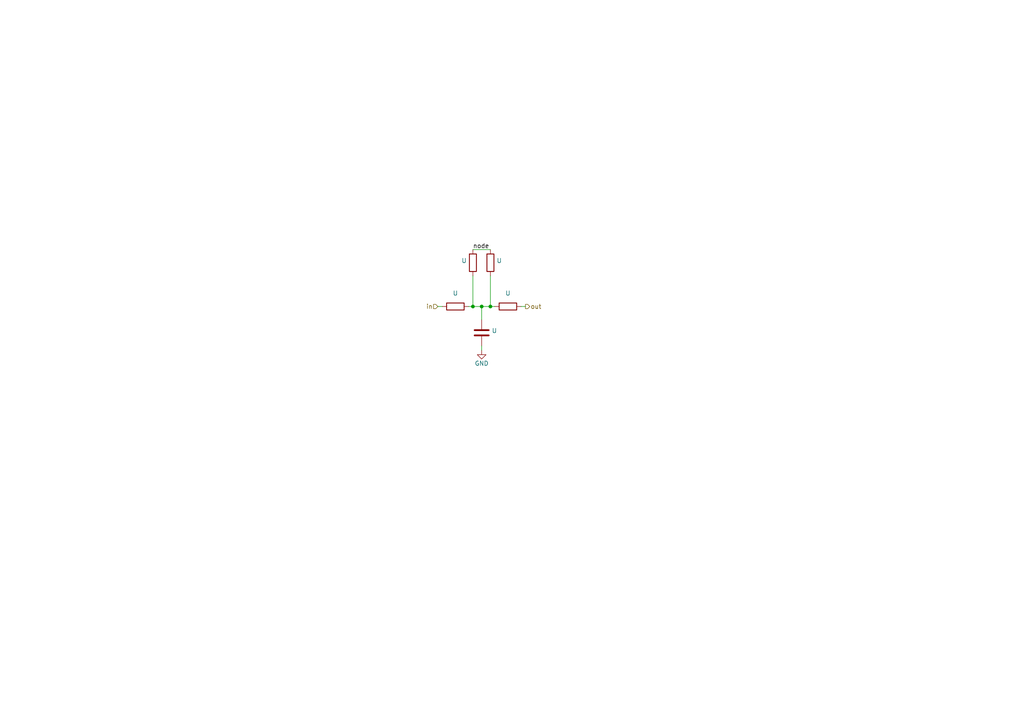
<source format=kicad_sch>
(kicad_sch (version 20220404) (generator eeschema)
  (paper "A4")
  (lib_symbols
    (symbol "Device:C" (pin_numbers hide) (pin_names (offset 0.254))
      (property "Reference" "C" (at 0.635 2.54 0))
      (property "Value" "C" (at 0.635 -2.54 0))
      (symbol "C_0_1"
        (polyline (pts (xy -2.032 -0.762) (xy 2.032 -0.762)) (stroke (width 0.508)))
        (polyline (pts (xy -2.032 0.762) (xy 2.032 0.762)) (stroke (width 0.508)))
      )
      (symbol "C_1_1"
        (pin passive line (at 0 3.81 270) (length 2.794) (name "~") (number "1"))
        (pin passive line (at 0 -3.81 90) (length 2.794) (name "~") (number "2"))
      )
    )
    (symbol "Device:R" (pin_numbers hide) (pin_names (offset 0))
      (property "Reference" "R" (at 2.032 0 90))
      (property "Value" "R" (at 0 0 90))
      (symbol "R_0_1"
        (rectangle (start -1.016 -2.54) (end 1.016 2.54) (stroke (width 0.254)))
      )
      (symbol "R_1_1"
        (pin passive line (at 0 3.81 270) (length 1.27) (name "~") (number "1"))
        (pin passive line (at 0 -3.81 90) (length 1.27) (name "~") (number "2"))
      )
    )
    (symbol "power:GND" (power) (pin_names (offset 0))
      (property "Value" "GND" (at 0 -3.81 0))
      (symbol "GND_0_1"
        (polyline (pts (xy 0 0) (xy 0 -1.27) (xy 1.27 -1.27) (xy 0 -2.54) (xy -1.27 -1.27) (xy 0 -1.27)))
      )
      (symbol "GND_1_1"
        (pin power_in line (at 0 0 270) (length 0) hide (name "GND") (number "1"))
      )
    )
  )
  (junction (at 142.24 88.9))
  (junction (at 139.7 88.9))
  (junction (at 137.16 88.9))
  (wire (pts (xy 151.13 88.9) (xy 152.4 88.9)))
  (wire (pts (xy 142.24 80.01) (xy 142.24 88.9)))
  (wire (pts (xy 135.89 88.9) (xy 137.16 88.9)))
  (wire (pts (xy 139.7 101.6) (xy 139.7 100.33)))
  (wire (pts (xy 127 88.9) (xy 128.27 88.9)))
  (wire (pts (xy 137.16 72.39) (xy 142.24 72.39)))
  (wire (pts (xy 143.51 88.9) (xy 142.24 88.9)))
  (wire (pts (xy 139.7 92.71) (xy 139.7 88.9)))
  (wire (pts (xy 142.24 88.9) (xy 139.7 88.9)))
  (wire (pts (xy 137.16 80.01) (xy 137.16 88.9)))
  (wire (pts (xy 137.16 88.9) (xy 139.7 88.9)))
  (label "node" (at 137.16 72.39 0))
  (hierarchical_label "in" (shape input) (at 127 88.9 180))
  (hierarchical_label "out" (shape output) (at 152.4 88.9 0))
  (symbol (lib_id "Device:R") (at 132.08 88.9 90) (unit 1)
    (default_instance (reference "U") (unit 1) (value "") (footprint ""))
    (property "Reference" "U" (at 132.08 85.0519 90))
  )
  (symbol (lib_id "Device:R") (at 142.24 76.2 180) (unit 1)
    (default_instance (reference "U") (unit 1) (value "") (footprint ""))
    (property "Reference" "U" (at 144.018 75.6055 0) (effects (justify right)))
  )
  (symbol (lib_id "power:GND") (at 139.7 101.6 0) (unit 1)
    (default_instance (reference "U") (unit 1) (value "") (footprint ""))
    (property "Reference" "U" (effects hide))
  )
  (symbol (lib_id "Device:C") (at 139.7 96.52 0) (unit 1)
    (default_instance (reference "U") (unit 1) (value "") (footprint ""))
    (property "Reference" "U" (at 142.621 95.9255 0) (effects (justify left)))
  )
  (symbol (lib_id "Device:R") (at 137.16 76.2 180) (unit 1)
    (default_instance (reference "U") (unit 1) (value "") (footprint ""))
    (property "Reference" "U" (at 135.3821 75.6055 0) (effects (justify left)))
  )
  (symbol (lib_id "Device:R") (at 147.32 88.9 90) (unit 1)
    (default_instance (reference "U") (unit 1) (value "") (footprint ""))
    (property "Reference" "U" (at 147.32 85.0519 90))
  )
)
</source>
